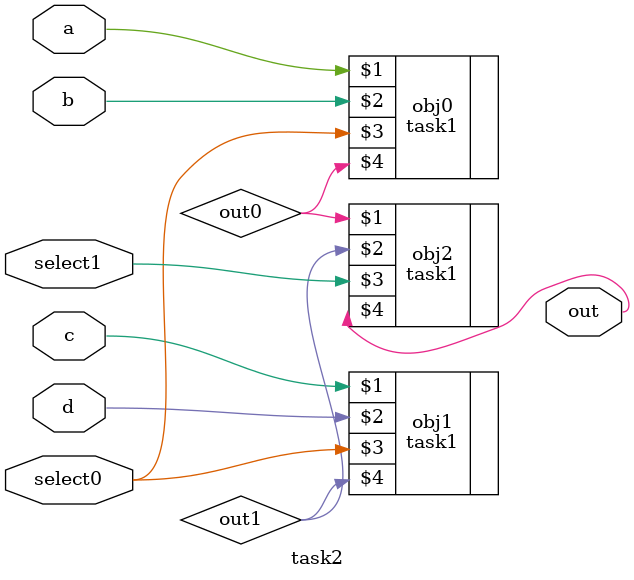
<source format=v>
module task2(a,
             b,
             c,
             d,
             select0,
             select1,
             out);
    input a, b, c, d, select0, select1;
    output out;
    wire out, out0, out1;
    
    task1 obj0(a,b,select0,out0);
    task1 obj1(c,d,select0,out1);
    task1 obj2(out0,out1,select1,out);
    
endmodule

</source>
